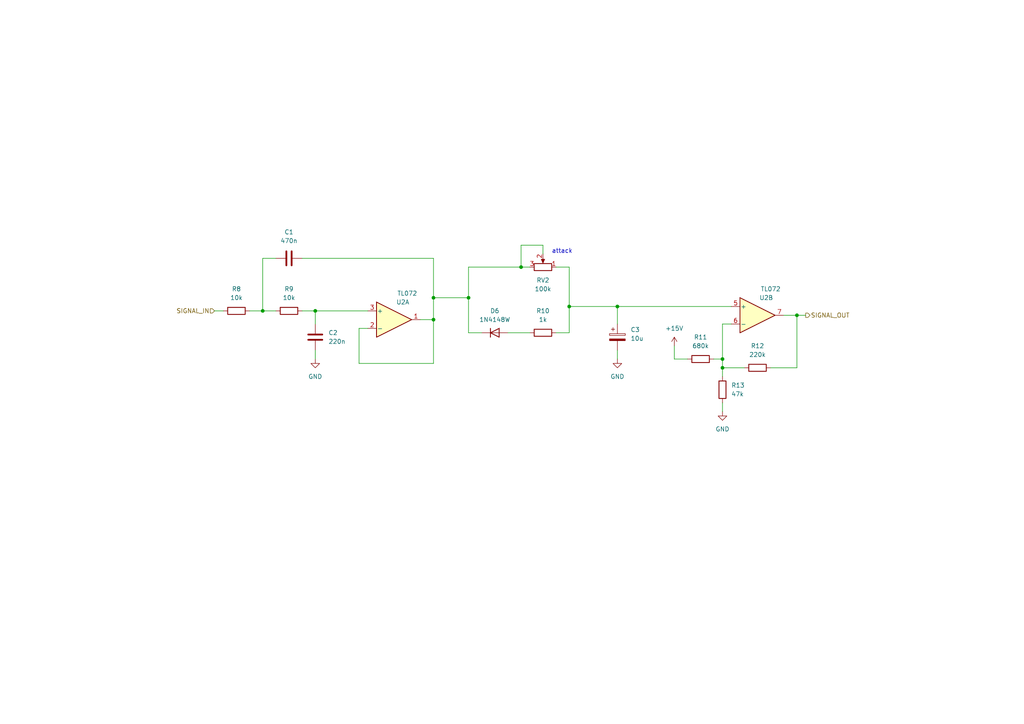
<source format=kicad_sch>
(kicad_sch (version 20211123) (generator eeschema)
  (paper "A4")
  (title_block (title "M.S.M. Stereo Lowpass Filter Pedal") (date "2022-05-26") (rev "0") (comment 2 "creativecommons.org/licenses/by/4.0") (comment 3 "License: CC by 4.0") (comment 4 "Author: Jordan Aceto"))
  (lib_symbols
    (symbol "Amplifier_Operational:TL072" (pin_names (offset 0.127))
      (property "Reference" "U" (at 0 5.08 0))
      (property "Value" "TL072" (at 0 -5.08 0))
      (symbol "TL072_1_1"
        (polyline (pts (xy -5.08 5.08) (xy 5.08 0) (xy -5.08 -5.08) (xy -5.08 5.08)) (stroke (width 0.254)) (fill (type background)))
        (pin output line (at 7.62 0 180) (length 2.54) (name "~") (number "1"))
        (pin input line (at -7.62 -2.54 0) (length 2.54) (name "-") (number "2"))
        (pin input line (at -7.62 2.54 0) (length 2.54) (name "+") (number "3"))
      )
      (symbol "TL072_2_1"
        (polyline (pts (xy -5.08 5.08) (xy 5.08 0) (xy -5.08 -5.08) (xy -5.08 5.08)) (stroke (width 0.254)) (fill (type background)))
        (pin input line (at -7.62 2.54 0) (length 2.54) (name "+") (number "5"))
        (pin input line (at -7.62 -2.54 0) (length 2.54) (name "-") (number "6"))
        (pin output line (at 7.62 0 180) (length 2.54) (name "~") (number "7"))
      )
      (symbol "TL072_3_1"
        (pin power_in line (at -2.54 -7.62 90) (length 3.81) (name "V-") (number "4"))
        (pin power_in line (at -2.54 7.62 270) (length 3.81) (name "V+") (number "8"))
      )
    )
    (symbol "Device:C" (pin_numbers hide) (pin_names (offset 0.254))
      (property "Reference" "C" (at 0.635 2.54 0))
      (property "Value" "C" (at 0.635 -2.54 0))
      (symbol "C_0_1"
        (polyline (pts (xy -2.032 -0.762) (xy 2.032 -0.762)) (stroke (width 0.508)))
        (polyline (pts (xy -2.032 0.762) (xy 2.032 0.762)) (stroke (width 0.508)))
      )
      (symbol "C_1_1"
        (pin passive line (at 0 3.81 270) (length 2.794) (name "~") (number "1"))
        (pin passive line (at 0 -3.81 90) (length 2.794) (name "~") (number "2"))
      )
    )
    (symbol "Device:C_Polarized" (pin_numbers hide) (pin_names (offset 0.254))
      (property "Reference" "C" (at 0.635 2.54 0))
      (property "Value" "C_Polarized" (at 0.635 -2.54 0))
      (symbol "C_Polarized_0_1"
        (rectangle (start -2.286 0.508) (end 2.286 1.016))
        (polyline (pts (xy -1.778 2.286) (xy -0.762 2.286)))
        (polyline (pts (xy -1.27 2.794) (xy -1.27 1.778)))
        (rectangle (start 2.286 -0.508) (end -2.286 -1.016) (fill (type outline)))
      )
      (symbol "C_Polarized_1_1"
        (pin passive line (at 0 3.81 270) (length 2.794) (name "~") (number "1"))
        (pin passive line (at 0 -3.81 90) (length 2.794) (name "~") (number "2"))
      )
    )
    (symbol "Device:R" (pin_numbers hide) (pin_names (offset 0))
      (property "Reference" "R" (at 2.032 0 90))
      (property "Value" "R" (at 0 0 90))
      (symbol "R_0_1"
        (rectangle (start -1.016 -2.54) (end 1.016 2.54) (stroke (width 0.254)))
      )
      (symbol "R_1_1"
        (pin passive line (at 0 3.81 270) (length 1.27) (name "~") (number "1"))
        (pin passive line (at 0 -3.81 90) (length 1.27) (name "~") (number "2"))
      )
    )
    (symbol "Device:R_Potentiometer" (pin_names (offset 1.016) hide)
      (property "Reference" "RV" (at -4.445 0 90))
      (property "Value" "R_Potentiometer" (at -2.54 0 90))
      (symbol "R_Potentiometer_0_1"
        (polyline (pts (xy 2.54 0) (xy 1.524 0)))
        (polyline (pts (xy 1.143 0) (xy 2.286 0.508) (xy 2.286 -0.508) (xy 1.143 0)) (fill (type outline)))
        (rectangle (start 1.016 2.54) (end -1.016 -2.54) (stroke (width 0.254)))
      )
      (symbol "R_Potentiometer_1_1"
        (pin passive line (at 0 3.81 270) (length 1.27) (name "1") (number "1"))
        (pin passive line (at 3.81 0 180) (length 1.27) (name "2") (number "2"))
        (pin passive line (at 0 -3.81 90) (length 1.27) (name "3") (number "3"))
      )
    )
    (symbol "Diode:1N4148W" (pin_numbers hide) (pin_names (offset 1.016) hide)
      (property "Reference" "D" (at 0 2.54 0))
      (property "Value" "1N4148W" (at 0 -2.54 0))
      (symbol "1N4148W_0_1"
        (polyline (pts (xy -1.27 1.27) (xy -1.27 -1.27)) (stroke (width 0.254)))
        (polyline (pts (xy 1.27 0) (xy -1.27 0)))
        (polyline (pts (xy 1.27 1.27) (xy 1.27 -1.27) (xy -1.27 0) (xy 1.27 1.27)) (stroke (width 0.254)))
      )
      (symbol "1N4148W_1_1"
        (pin passive line (at -3.81 0 0) (length 2.54) (name "K") (number "1"))
        (pin passive line (at 3.81 0 180) (length 2.54) (name "A") (number "2"))
      )
    )
    (symbol "power:+15V" (power) (pin_names (offset 0))
      (property "Value" "+15V" (at 0 3.556 0))
      (symbol "+15V_0_1"
        (polyline (pts (xy -0.762 1.27) (xy 0 2.54)))
        (polyline (pts (xy 0 0) (xy 0 2.54)))
        (polyline (pts (xy 0 2.54) (xy 0.762 1.27)))
      )
      (symbol "+15V_1_1"
        (pin power_in line (at 0 0 90) (length 0) hide (name "+15V") (number "1"))
      )
    )
    (symbol "power:GND" (power) (pin_names (offset 0))
      (property "Value" "GND" (at 0 -3.81 0))
      (symbol "GND_0_1"
        (polyline (pts (xy 0 0) (xy 0 -1.27) (xy 1.27 -1.27) (xy 0 -2.54) (xy -1.27 -1.27) (xy 0 -1.27)))
      )
      (symbol "GND_1_1"
        (pin power_in line (at 0 0 270) (length 0) hide (name "GND") (number "1"))
      )
    )
  )
  (junction (at 179.07 88.9))
  (junction (at 231.14 91.44))
  (junction (at 209.55 104.14))
  (junction (at 125.73 92.71))
  (junction (at 209.55 106.68))
  (junction (at 165.1 88.9))
  (junction (at 76.2 90.17))
  (junction (at 151.13 77.47))
  (junction (at 135.89 86.36))
  (junction (at 91.44 90.17))
  (junction (at 125.73 86.36))
  (wire (pts (xy 125.73 92.71) (xy 125.73 105.41)))
  (wire (pts (xy 165.1 77.47) (xy 165.1 88.9)))
  (wire (pts (xy 91.44 90.17) (xy 106.68 90.17)))
  (wire (pts (xy 207.01 104.14) (xy 209.55 104.14)))
  (wire (pts (xy 227.33 91.44) (xy 231.14 91.44)))
  (wire (pts (xy 179.07 101.6) (xy 179.07 104.14)))
  (wire (pts (xy 151.13 77.47) (xy 153.67 77.47)))
  (wire (pts (xy 231.14 106.68) (xy 223.52 106.68)))
  (wire (pts (xy 209.55 116.84) (xy 209.55 119.38)))
  (wire (pts (xy 87.63 74.93) (xy 125.73 74.93)))
  (wire (pts (xy 209.55 106.68) (xy 209.55 109.22)))
  (wire (pts (xy 87.63 90.17) (xy 91.44 90.17)))
  (wire (pts (xy 91.44 101.6) (xy 91.44 104.14)))
  (wire (pts (xy 179.07 88.9) (xy 179.07 93.98)))
  (wire (pts (xy 195.58 104.14) (xy 199.39 104.14)))
  (wire (pts (xy 135.89 96.52) (xy 139.7 96.52)))
  (wire (pts (xy 125.73 86.36) (xy 125.73 92.71)))
  (wire (pts (xy 135.89 86.36) (xy 135.89 96.52)))
  (wire (pts (xy 209.55 104.14) (xy 209.55 93.98)))
  (wire (pts (xy 231.14 91.44) (xy 231.14 106.68)))
  (wire (pts (xy 135.89 77.47) (xy 135.89 86.36)))
  (wire (pts (xy 62.23 90.17) (xy 64.77 90.17)))
  (wire (pts (xy 76.2 90.17) (xy 80.01 90.17)))
  (wire (pts (xy 72.39 90.17) (xy 76.2 90.17)))
  (wire (pts (xy 147.32 96.52) (xy 153.67 96.52)))
  (wire (pts (xy 179.07 88.9) (xy 212.09 88.9)))
  (wire (pts (xy 215.9 106.68) (xy 209.55 106.68)))
  (wire (pts (xy 209.55 93.98) (xy 212.09 93.98)))
  (wire (pts (xy 161.29 96.52) (xy 165.1 96.52)))
  (wire (pts (xy 165.1 88.9) (xy 179.07 88.9)))
  (wire (pts (xy 125.73 74.93) (xy 125.73 86.36)))
  (wire (pts (xy 106.68 95.25) (xy 104.14 95.25)))
  (wire (pts (xy 231.14 91.44) (xy 233.68 91.44)))
  (wire (pts (xy 165.1 77.47) (xy 161.29 77.47)))
  (wire (pts (xy 76.2 74.93) (xy 76.2 90.17)))
  (wire (pts (xy 195.58 100.33) (xy 195.58 104.14)))
  (wire (pts (xy 157.48 71.12) (xy 151.13 71.12)))
  (wire (pts (xy 165.1 88.9) (xy 165.1 96.52)))
  (wire (pts (xy 121.92 92.71) (xy 125.73 92.71)))
  (wire (pts (xy 104.14 105.41) (xy 125.73 105.41)))
  (wire (pts (xy 91.44 90.17) (xy 91.44 93.98)))
  (wire (pts (xy 157.48 73.66) (xy 157.48 71.12)))
  (wire (pts (xy 104.14 95.25) (xy 104.14 105.41)))
  (wire (pts (xy 125.73 86.36) (xy 135.89 86.36)))
  (wire (pts (xy 209.55 106.68) (xy 209.55 104.14)))
  (wire (pts (xy 151.13 71.12) (xy 151.13 77.47)))
  (wire (pts (xy 135.89 77.47) (xy 151.13 77.47)))
  (wire (pts (xy 80.01 74.93) (xy 76.2 74.93)))
  (text "attack" (at 160.02 73.66 0) (effects (font (size 1.27 1.27)) (justify left bottom)))
  (hierarchical_label "SIGNAL_IN" (shape input) (at 62.23 90.17 180))
  (hierarchical_label "SIGNAL_OUT" (shape output) (at 233.68 91.44 0))
  (symbol (lib_id "Device:C") (at 83.82 74.93 90) (unit 1)
    (property "Reference" "C1" (at 83.82 67.31 90))
    (property "Value" "470n" (at 83.82 69.85 90))
    (property "Footprint" "Capacitor_THT:C_Rect_L7.0mm_W3.5mm_P5.00mm" (effects hide))
  )
  (symbol (lib_id "Device:R_Potentiometer") (at 157.48 77.47 270) (mirror x) (unit 1)
    (property "Reference" "RV2" (at 157.48 81.28 90))
    (property "Value" "100k" (at 157.48 83.82 90))
    (property "Footprint" "Potentiometer_THT:Potentiometer_Alpha_RD901F-40-00D_Single_Vertical" (effects hide))
  )
  (symbol (lib_id "Device:R") (at 157.48 96.52 90) (unit 1)
    (property "Reference" "R10" (at 157.48 90.17 90))
    (property "Value" "1k" (at 157.48 92.71 90))
    (property "Footprint" "Resistor_SMD:R_0805_2012Metric" (effects hide))
  )
  (symbol (lib_id "power:GND") (at 179.07 104.14 0) (unit 1)
    (property "Reference" "#PWR014" (effects hide))
    (property "Value" "GND" (at 179.07 109.22 0))
  )
  (symbol (lib_id "Device:R") (at 209.55 113.03 0) (unit 1)
    (property "Reference" "R13" (at 212.09 111.7599 0) (effects (justify left)))
    (property "Value" "47k" (at 212.09 114.2999 0) (effects (justify left)))
    (property "Footprint" "Resistor_SMD:R_0805_2012Metric" (effects hide))
  )
  (symbol (lib_id "Diode:1N4148W") (at 143.51 96.52 0) (unit 1)
    (property "Reference" "D6" (at 143.51 90.17 0))
    (property "Value" "1N4148W" (at 143.51 92.71 0))
    (property "Footprint" "Diode_SMD:D_SOD-123" (effects hide))
    (property "Datasheet" "https://www.vishay.com/docs/85748/1n4148w.pdf" (effects hide))
  )
  (symbol (lib_id "power:GND") (at 91.44 104.14 0) (unit 1)
    (property "Reference" "#PWR013" (effects hide))
    (property "Value" "GND" (at 91.44 109.22 0))
  )
  (symbol (lib_id "Amplifier_Operational:TL072") (at 114.3 92.71 0) (unit 1)
    (property "Reference" "U2" (at 116.84 87.63 0))
    (property "Value" "TL072" (at 118.11 85.09 0))
    (property "Footprint" "Package_SO:SOIC-8_3.9x4.9mm_P1.27mm" (effects hide))
    (property "Datasheet" "http://www.ti.com/lit/ds/symlink/tl071.pdf" (effects hide))
  )
  (symbol (lib_id "Device:R") (at 68.58 90.17 90) (unit 1)
    (property "Reference" "R8" (at 68.58 83.82 90))
    (property "Value" "10k" (at 68.58 86.36 90))
    (property "Footprint" "Resistor_SMD:R_0805_2012Metric" (effects hide))
  )
  (symbol (lib_id "Device:R") (at 83.82 90.17 90) (unit 1)
    (property "Reference" "R9" (at 83.82 83.82 90))
    (property "Value" "10k" (at 83.82 86.36 90))
    (property "Footprint" "Resistor_SMD:R_0805_2012Metric" (effects hide))
  )
  (symbol (lib_id "Device:R") (at 203.2 104.14 90) (unit 1)
    (property "Reference" "R11" (at 203.2 97.79 90))
    (property "Value" "680k" (at 203.2 100.33 90))
    (property "Footprint" "Resistor_SMD:R_0805_2012Metric" (effects hide))
  )
  (symbol (lib_id "Device:C") (at 91.44 97.79 0) (unit 1)
    (property "Reference" "C2" (at 95.25 96.5199 0) (effects (justify left)))
    (property "Value" "220n" (at 95.25 99.0599 0) (effects (justify left)))
    (property "Footprint" "Capacitor_THT:C_Rect_L7.0mm_W3.5mm_P5.00mm" (effects hide))
  )
  (symbol (lib_id "Device:C_Polarized") (at 179.07 97.79 0) (unit 1)
    (property "Reference" "C3" (at 182.88 95.6309 0) (effects (justify left)))
    (property "Value" "10u" (at 182.88 98.1709 0) (effects (justify left)))
    (property "Footprint" "Capacitor_THT:CP_Radial_D6.3mm_P2.50mm" (effects hide))
  )
  (symbol (lib_id "power:GND") (at 209.55 119.38 0) (unit 1)
    (property "Reference" "#PWR015" (effects hide))
    (property "Value" "GND" (at 209.55 124.46 0))
  )
  (symbol (lib_id "Device:R") (at 219.71 106.68 90) (unit 1)
    (property "Reference" "R12" (at 219.71 100.33 90))
    (property "Value" "220k" (at 219.71 102.87 90))
    (property "Footprint" "Resistor_SMD:R_0805_2012Metric" (effects hide))
  )
  (symbol (lib_id "Amplifier_Operational:TL072") (at 219.71 91.44 0) (unit 2)
    (property "Reference" "U2" (at 222.25 86.36 0))
    (property "Value" "TL072" (at 223.52 83.82 0))
    (property "Footprint" "Package_SO:SOIC-8_3.9x4.9mm_P1.27mm" (effects hide))
    (property "Datasheet" "http://www.ti.com/lit/ds/symlink/tl071.pdf" (effects hide))
  )
  (symbol (lib_id "power:+15V") (at 195.58 100.33 0) (unit 1)
    (property "Reference" "#PWR012" (effects hide))
    (property "Value" "+15V" (at 195.58 95.25 0))
  )
)
</source>
